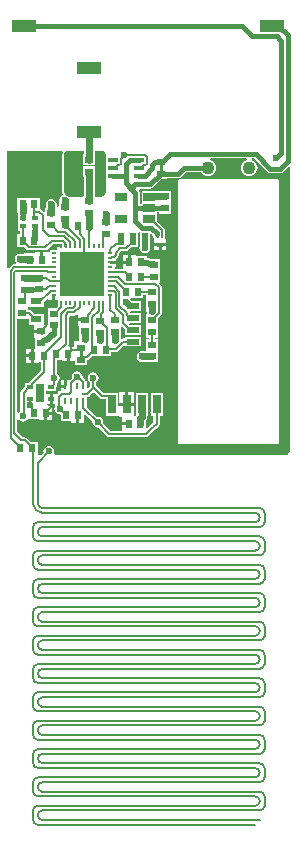
<source format=gtl>
G04*
G04 #@! TF.GenerationSoftware,Altium Limited,Altium Designer,20.2.5 (213)*
G04*
G04 Layer_Physical_Order=1*
G04 Layer_Color=255*
%FSLAX25Y25*%
%MOIN*%
G70*
G04*
G04 #@! TF.SameCoordinates,C660A1F6-99E0-4939-AC29-5E4AD158EB90*
G04*
G04*
G04 #@! TF.FilePolarity,Positive*
G04*
G01*
G75*
%ADD10C,0.01000*%
%ADD12R,0.02165X0.01772*%
%ADD13R,0.01968X0.01378*%
%ADD14R,0.01968X0.01181*%
%ADD15R,0.02756X0.06299*%
%ADD16R,0.03937X0.02756*%
%ADD17R,0.00984X0.02362*%
%ADD18R,0.02362X0.00984*%
%ADD19R,0.00787X0.01575*%
%ADD20R,0.01575X0.00787*%
%ADD21R,0.14567X0.14567*%
%ADD22R,0.03543X0.01575*%
%ADD23R,0.07874X0.03937*%
%ADD24R,0.02362X0.02756*%
%ADD25R,0.02756X0.02362*%
%ADD26R,0.03937X0.01968*%
%ADD27R,0.01968X0.03937*%
%ADD28R,0.00787X0.01968*%
%ADD29R,0.03543X0.02362*%
%ADD30R,0.00709X0.01772*%
%ADD31R,0.02165X0.01772*%
%ADD32R,0.07874X0.03937*%
%ADD54C,0.00787*%
%ADD55C,0.00630*%
%ADD56C,0.01575*%
%ADD57C,0.01968*%
%ADD58C,0.02362*%
%ADD59C,0.04331*%
%ADD60C,0.02362*%
G36*
X-14533Y44568D02*
X-14198Y43760D01*
Y43362D01*
X-14286D01*
Y40527D01*
X-14198D01*
Y38244D01*
X-14286D01*
Y35409D01*
X-14198D01*
Y31841D01*
Y31411D01*
X-14528Y30615D01*
X-15137Y30005D01*
X-15933Y29676D01*
X-17702D01*
Y30109D01*
X-17864D01*
Y33219D01*
Y36329D01*
X-17702D01*
Y39951D01*
X-19532D01*
X-19710Y39987D01*
X-19889Y39951D01*
X-21718D01*
Y36329D01*
X-21557D01*
Y33219D01*
Y30109D01*
X-21718D01*
Y29676D01*
X-26314D01*
X-27123Y30011D01*
X-27742Y30630D01*
X-28076Y31438D01*
Y31876D01*
Y43322D01*
Y43760D01*
X-27742Y44568D01*
X-27430Y44880D01*
X-21557D01*
Y43888D01*
X-21718D01*
Y40266D01*
X-19889D01*
X-19710Y40231D01*
X-19532Y40266D01*
X-17702D01*
Y43888D01*
X-17864D01*
Y44880D01*
X-14845D01*
X-14533Y44568D01*
D02*
G37*
G36*
X39628Y38053D02*
X40097Y37740D01*
X40650Y37630D01*
X43898D01*
X44451Y37740D01*
X44919Y38053D01*
X46668Y39802D01*
X47130Y39610D01*
Y-54134D01*
Y-54404D01*
X47025Y-54933D01*
X46818Y-55432D01*
X46518Y-55881D01*
X46152Y-56248D01*
X-31180D01*
X-31445Y-55747D01*
X-31323Y-55134D01*
X-31463Y-54427D01*
X-31864Y-53828D01*
X-32463Y-53428D01*
X-33169Y-53287D01*
X-33876Y-53428D01*
X-34475Y-53828D01*
X-34875Y-54427D01*
X-35016Y-55134D01*
X-34954Y-55443D01*
X-35759Y-56248D01*
X-36594D01*
X-36968Y-55945D01*
Y-51929D01*
X-39228D01*
X-40461Y-50697D01*
X-40773Y-50488D01*
X-41142Y-50415D01*
X-41924D01*
X-43722Y-48617D01*
Y-44735D01*
X-43222Y-44584D01*
X-43136Y-44711D01*
X-42537Y-45112D01*
X-41831Y-45252D01*
X-41124Y-45112D01*
X-40525Y-44711D01*
X-40412Y-44542D01*
X-39992Y-44348D01*
X-36425D01*
Y-44719D01*
X-34744D01*
Y-42340D01*
X-34244D01*
Y-41840D01*
X-32063D01*
Y-39963D01*
X-33462D01*
X-33725Y-39463D01*
X-33605Y-39287D01*
X-32980D01*
Y-37697D01*
Y-36106D01*
X-34016D01*
Y-35079D01*
X-30866D01*
Y-33622D01*
X-30758Y-33514D01*
X-30758Y-33514D01*
X-30532Y-33175D01*
X-30452Y-32776D01*
X-30452Y-32776D01*
Y-32189D01*
X-30190Y-32014D01*
X-29790Y-31415D01*
X-29650Y-30709D01*
X-29790Y-30002D01*
X-30190Y-29403D01*
X-30452Y-29228D01*
Y-24646D01*
X-28953D01*
Y-25016D01*
X-27272D01*
Y-22638D01*
X-26272D01*
Y-25016D01*
X-24591D01*
X-24522Y-25488D01*
Y-26303D01*
X-20507D01*
Y-24731D01*
X-20197Y-24669D01*
X-19858Y-24443D01*
X-18566Y-23150D01*
X-16420D01*
X-16420Y-23151D01*
X-16105D01*
Y-23151D01*
X-15920Y-23150D01*
X-12483D01*
Y-21894D01*
X-10735D01*
X-10735Y-21894D01*
X-10336Y-21815D01*
X-9997Y-21588D01*
X-8290Y-19881D01*
X-7790Y-20088D01*
Y-20102D01*
X-2593D01*
Y-16874D01*
X-7790D01*
Y-17445D01*
X-8373D01*
X-8373Y-17445D01*
X-8751Y-17520D01*
X-8776Y-17522D01*
X-8778Y-17521D01*
X-9089Y-17150D01*
Y-13708D01*
X-8609Y-13481D01*
X-7790Y-14300D01*
Y-16165D01*
X-2593D01*
Y-12937D01*
X-6268D01*
X-6429Y-12728D01*
X-6183Y-12228D01*
X-2593D01*
Y-9000D01*
X-5900D01*
X-5956Y-8955D01*
X-6017Y-8823D01*
X-5696Y-8323D01*
X-5192D01*
X-5033Y-8291D01*
X-2593D01*
Y-5063D01*
X-5033D01*
X-5192Y-5032D01*
X-5494D01*
X-5874Y-4652D01*
X-6002Y-4461D01*
X-5743Y-3961D01*
X-5428D01*
Y-3961D01*
X-1806D01*
Y-2916D01*
X-900D01*
Y-3764D01*
X-900Y-3764D01*
Y-4079D01*
X-900D01*
X-900Y-4264D01*
Y-7701D01*
X-739D01*
Y-8252D01*
X-599Y-8959D01*
X-510Y-9091D01*
X-778Y-9591D01*
X-900D01*
Y-13028D01*
X-900Y-13528D01*
X-900Y-13713D01*
Y-17150D01*
X144D01*
Y-17708D01*
X-900D01*
Y-21110D01*
X-900Y-21330D01*
X-1285Y-21610D01*
X-2080D01*
X-2787Y-21750D01*
X-3386Y-22151D01*
X-3786Y-22750D01*
X-3927Y-23456D01*
X-3786Y-24163D01*
X-3386Y-24762D01*
X-2787Y-25162D01*
X-2080Y-25303D01*
X1107D01*
X1286Y-25267D01*
X3115D01*
Y-21830D01*
X3115Y-21330D01*
X3115Y-21145D01*
Y-17708D01*
X2071D01*
Y-17150D01*
X3115D01*
Y-13713D01*
X3115Y-13213D01*
X3115Y-13028D01*
Y-10756D01*
X4151Y-9721D01*
X4360Y-9408D01*
X4433Y-9040D01*
Y-420D01*
X4360Y-51D01*
X4151Y261D01*
X3520Y892D01*
X3711Y1354D01*
X3952D01*
Y4976D01*
X3952D01*
Y5291D01*
X3952D01*
Y8913D01*
X1906D01*
X1747Y8945D01*
X887D01*
X318Y9325D01*
X-388Y9465D01*
X-625Y9660D01*
Y9898D01*
X-4192D01*
Y10268D01*
X-5873D01*
Y7890D01*
X-6373D01*
Y7390D01*
X-8554D01*
Y5703D01*
X-11255D01*
Y6496D01*
X-10885D01*
Y7390D01*
X-12672D01*
Y8390D01*
X-10885D01*
Y8947D01*
X-10259Y9573D01*
X-10050Y9886D01*
X-9976Y10254D01*
Y10640D01*
X-9005Y11611D01*
X-7396D01*
X-7028Y11685D01*
X-6715Y11893D01*
X-5443Y13165D01*
X-3578D01*
Y17729D01*
X-3078Y18002D01*
X-2869Y17868D01*
Y15923D01*
X-2901Y15764D01*
Y13589D01*
X-2951Y13513D01*
X-3092Y12807D01*
X-2951Y12100D01*
X-2551Y11501D01*
X-1952Y11101D01*
X-1245Y10960D01*
X-539Y11101D01*
X60Y11501D01*
X461Y12100D01*
X601Y12807D01*
X461Y13513D01*
X391Y13618D01*
Y15764D01*
X359Y15923D01*
Y17355D01*
X859Y17562D01*
X1275Y17147D01*
X1347Y16785D01*
X1660Y16317D01*
X1863Y16181D01*
X1781Y15681D01*
X1781Y15681D01*
Y14295D01*
X3863D01*
X5946D01*
Y15681D01*
X5544D01*
Y16449D01*
X5604Y16748D01*
X5588Y16827D01*
Y18626D01*
X5509Y19025D01*
X5282Y19364D01*
X5282Y19364D01*
X2918Y21728D01*
Y24555D01*
X3430D01*
Y24189D01*
X7446D01*
Y27811D01*
X7446Y27811D01*
Y28126D01*
X7446D01*
X7446Y28311D01*
Y31748D01*
X5616D01*
X5438Y31783D01*
X517D01*
X338Y31748D01*
X-2278D01*
Y27445D01*
X-2985D01*
Y31144D01*
X-3095Y31697D01*
X-3250Y31929D01*
X-2983Y32429D01*
X517D01*
X1070Y32539D01*
X1539Y32852D01*
X4293Y35606D01*
X6265D01*
Y35972D01*
X9888D01*
X10085Y36011D01*
X10224Y35549D01*
X9964Y35375D01*
X9790Y35114D01*
X9729Y34807D01*
Y-51807D01*
X9790Y-52114D01*
X9964Y-52375D01*
X10224Y-52549D01*
X10531Y-52610D01*
X42815D01*
X43122Y-52549D01*
X43383Y-52375D01*
X43557Y-52114D01*
X43618Y-51807D01*
Y34807D01*
X43557Y35114D01*
X43383Y35375D01*
X43122Y35549D01*
X42815Y35610D01*
X10695D01*
X10531Y35610D01*
X10441Y36082D01*
X10559Y36161D01*
X10910Y36395D01*
X12455Y37941D01*
X17357D01*
X17790Y37376D01*
X18374Y36928D01*
X19054Y36647D01*
X19783Y36551D01*
X20513Y36647D01*
X21193Y36928D01*
X21777Y37376D01*
X22225Y37960D01*
X22507Y38640D01*
X22603Y39370D01*
X22507Y40100D01*
X22225Y40780D01*
X21777Y41364D01*
X21193Y41812D01*
X20616Y42051D01*
X20715Y42551D01*
X32631D01*
X32731Y42051D01*
X32153Y41812D01*
X31569Y41364D01*
X31121Y40780D01*
X30840Y40100D01*
X30744Y39370D01*
X30840Y38640D01*
X31121Y37960D01*
X31569Y37376D01*
X32153Y36928D01*
X32833Y36647D01*
X33563Y36551D01*
X34293Y36647D01*
X34973Y36928D01*
X35557Y37376D01*
X36005Y37960D01*
X36286Y38640D01*
X36382Y39370D01*
X36286Y40100D01*
X36005Y40780D01*
X35557Y41364D01*
X34973Y41812D01*
X34395Y42051D01*
X34495Y42551D01*
X35130D01*
X39628Y38053D01*
D02*
G37*
G36*
X-28515Y44380D02*
X-28670Y44006D01*
X-28719Y43760D01*
Y31438D01*
X-28670Y31192D01*
X-28481Y30737D01*
X-28623Y30472D01*
X-29222Y30071D01*
X-29622Y29472D01*
X-29763Y28766D01*
Y28091D01*
X-29961D01*
Y26696D01*
X-30461Y26449D01*
X-30561Y26526D01*
Y27215D01*
X-30701Y27922D01*
X-31102Y28521D01*
X-31701Y28921D01*
X-32407Y29062D01*
X-33114Y28921D01*
X-33713Y28521D01*
X-34113Y27922D01*
X-34254Y27215D01*
Y26061D01*
X-34433D01*
Y24913D01*
X-34933Y24706D01*
X-35663Y25436D01*
X-35976Y25645D01*
X-36182Y25686D01*
Y29377D01*
X-39804D01*
X-39804Y29378D01*
X-40119D01*
Y29378D01*
X-40304Y29377D01*
X-43742D01*
Y27548D01*
X-43777Y27370D01*
Y24843D01*
X-43636Y24136D01*
X-43631Y24128D01*
Y21302D01*
Y18350D01*
X-42882D01*
Y17197D01*
X-43753D01*
Y13181D01*
X-41494D01*
X-40498Y12185D01*
X-40185Y11976D01*
X-39816Y11903D01*
X-34587D01*
X-34218Y11976D01*
X-33906Y12185D01*
X-31920Y14170D01*
X-30601D01*
Y13902D01*
X-29208D01*
Y12901D01*
X-30601D01*
Y12063D01*
X-32987D01*
Y11329D01*
X-33449Y11236D01*
Y11236D01*
X-35130D01*
Y8858D01*
X-36130D01*
Y11236D01*
X-37811D01*
Y10866D01*
X-41378D01*
Y10755D01*
X-42770D01*
X-43477Y10615D01*
X-44076Y10214D01*
X-44476Y9615D01*
X-44616Y8909D01*
X-44476Y8202D01*
X-44193Y7778D01*
X-44421Y7278D01*
X-44838D01*
X-45207Y7205D01*
X-45519Y6996D01*
X-46630Y5885D01*
X-46697Y5888D01*
X-47130Y6044D01*
Y44880D01*
X-28849D01*
X-28515Y44380D01*
D02*
G37*
G36*
X-31070Y-4528D02*
X-30231D01*
Y-6732D01*
X-30826Y-7327D01*
X-33479D01*
Y-10949D01*
X-33479D01*
Y-11264D01*
X-33479D01*
Y-12447D01*
X-33517Y-12931D01*
X-34464D01*
X-34929Y-12848D01*
Y-9226D01*
X-38043D01*
X-38853Y-8416D01*
X-38853Y-8416D01*
X-38939Y-8330D01*
X-39277Y-8104D01*
X-39677Y-8024D01*
X-39677Y-8024D01*
X-40228D01*
Y-7257D01*
X-40228D01*
Y-6953D01*
X-39728Y-6942D01*
X-34929D01*
Y-5340D01*
X-33819Y-4231D01*
X-33357Y-4422D01*
Y-4528D01*
X-32070D01*
Y-3134D01*
X-31070D01*
Y-4528D01*
D02*
G37*
G36*
X-23595Y-9785D02*
Y-10693D01*
X-21217D01*
Y-11693D01*
X-23595D01*
Y-13374D01*
X-23225D01*
Y-16941D01*
X-23061D01*
Y-17562D01*
X-22998Y-17874D01*
X-23405Y-18374D01*
X-24893D01*
Y-20260D01*
X-26405D01*
X-26685Y-19789D01*
X-26683Y-19760D01*
X-26609Y-19385D01*
Y-10157D01*
X-26279Y-9827D01*
X-24712D01*
X-24712Y-9827D01*
X-24313Y-9748D01*
X-24095Y-9602D01*
X-23595Y-9785D01*
D02*
G37*
G36*
X-40228Y-10879D02*
X-39732Y-10890D01*
Y-12848D01*
X-38739D01*
X-38273Y-12931D01*
Y-14613D01*
X-35895D01*
Y-15612D01*
X-38273D01*
Y-17293D01*
X-37903D01*
Y-20861D01*
X-38280Y-20862D01*
Y-23240D01*
Y-25618D01*
X-36599D01*
Y-25248D01*
X-35788D01*
Y-28041D01*
X-39714Y-31968D01*
X-39941Y-32307D01*
X-39967Y-32441D01*
X-41181D01*
Y-33603D01*
X-42372Y-34793D01*
X-42598Y-35132D01*
X-42678Y-35531D01*
X-42678Y-35532D01*
Y-41793D01*
X-43136Y-42100D01*
X-43222Y-42227D01*
X-43722Y-42076D01*
Y-10879D01*
X-40228D01*
Y-10879D01*
D02*
G37*
%LPC*%
G36*
X5946Y13295D02*
X4363D01*
Y11909D01*
X5946D01*
Y13295D01*
D02*
G37*
G36*
X3363D02*
X1781D01*
Y11909D01*
X3363D01*
Y13295D01*
D02*
G37*
G36*
X-6873Y10268D02*
X-8554D01*
Y8390D01*
X-6873D01*
Y10268D01*
D02*
G37*
G36*
X-28157Y-31275D02*
X-29150D01*
Y-32956D01*
X-28157D01*
Y-31275D01*
D02*
G37*
G36*
X-4925Y-35221D02*
X-6803D01*
Y-38870D01*
X-4925D01*
Y-35221D01*
D02*
G37*
G36*
X-7803D02*
X-9681D01*
Y-38870D01*
X-7803D01*
Y-35221D01*
D02*
G37*
G36*
X-23720Y-28468D02*
X-24427Y-28609D01*
X-25026Y-29009D01*
X-25426Y-29608D01*
X-25567Y-30315D01*
X-25502Y-30641D01*
X-25821Y-30959D01*
X-26165Y-31275D01*
Y-31275D01*
X-26165Y-31275D01*
X-27158D01*
Y-33456D01*
X-27657D01*
Y-33956D01*
X-29150D01*
Y-34833D01*
X-30000D01*
Y-35602D01*
X-30505Y-36106D01*
X-31980D01*
Y-37697D01*
Y-39287D01*
X-31196D01*
X-31002Y-39787D01*
X-31245Y-40152D01*
X-31386Y-40858D01*
X-31245Y-41565D01*
X-30845Y-42164D01*
X-30246Y-42564D01*
X-29539Y-42705D01*
X-29284Y-42915D01*
Y-45130D01*
X-25717D01*
Y-45500D01*
X-24035D01*
Y-43122D01*
X-23035D01*
Y-45500D01*
X-21354D01*
Y-43078D01*
X-20893Y-42887D01*
X-18714Y-45065D01*
X-18776Y-45374D01*
X-18635Y-46081D01*
X-18235Y-46680D01*
X-17636Y-47080D01*
X-16929Y-47221D01*
X-16620Y-47159D01*
X-13730Y-50049D01*
X-13730Y-50049D01*
X-13392Y-50275D01*
X-12992Y-50355D01*
X-12992Y-50355D01*
X-788D01*
X-787Y-50355D01*
X-388Y-50275D01*
X-49Y-50049D01*
X2411Y-47588D01*
X3435Y-46565D01*
X3435Y-46565D01*
X3661Y-46226D01*
X3740Y-45827D01*
X3740Y-45827D01*
Y-43150D01*
X4705D01*
Y-35591D01*
X689D01*
Y-42025D01*
X669Y-42126D01*
X689Y-42227D01*
Y-43150D01*
X1612D01*
X1653Y-43158D01*
Y-45395D01*
X-384Y-47432D01*
X-847Y-47241D01*
Y-46143D01*
X-811Y-45965D01*
Y-44530D01*
X-597Y-44210D01*
X-457Y-43503D01*
Y-43150D01*
X-295D01*
Y-35591D01*
X-4311D01*
Y-42999D01*
X-4425Y-43159D01*
X-4735Y-43114D01*
X-4925Y-42999D01*
Y-39870D01*
X-7303D01*
X-9681D01*
Y-43520D01*
X-9248D01*
X-8776Y-43587D01*
X-8776Y-44020D01*
Y-45465D01*
X-6594D01*
Y-46465D01*
X-8776D01*
Y-48267D01*
X-12560D01*
X-15144Y-45683D01*
X-15083Y-45374D01*
X-15223Y-44667D01*
X-15623Y-44068D01*
X-16222Y-43668D01*
X-16929Y-43527D01*
X-17238Y-43589D01*
X-20630Y-40197D01*
Y-37078D01*
X-19410D01*
Y-36309D01*
X-18261Y-35162D01*
X-16071Y-37352D01*
X-15732Y-37578D01*
X-15333Y-37658D01*
X-15333Y-37658D01*
X-14311D01*
Y-43150D01*
X-10295D01*
Y-35591D01*
X-13186D01*
X-13287Y-35570D01*
X-13287Y-35570D01*
X-14900D01*
X-17362Y-33109D01*
Y-31993D01*
X-17100Y-31817D01*
X-16700Y-31218D01*
X-16559Y-30512D01*
X-16700Y-29805D01*
X-17100Y-29206D01*
X-17699Y-28806D01*
X-18406Y-28665D01*
X-19112Y-28806D01*
X-19711Y-29206D01*
X-20111Y-29805D01*
X-20252Y-30512D01*
X-20111Y-31218D01*
X-19711Y-31817D01*
X-19449Y-31993D01*
Y-33397D01*
X-20168Y-34116D01*
X-20630Y-33925D01*
Y-31645D01*
X-20764D01*
X-20789Y-31518D01*
X-21016Y-31180D01*
X-21016Y-31180D01*
X-21875Y-30320D01*
X-21874Y-30315D01*
X-22015Y-29608D01*
X-22415Y-29009D01*
X-23014Y-28609D01*
X-23720Y-28468D01*
D02*
G37*
G36*
X-32063Y-42840D02*
X-33744D01*
Y-44719D01*
X-32063D01*
Y-42840D01*
D02*
G37*
G36*
X-39280Y-20862D02*
X-40961D01*
Y-22740D01*
X-39280D01*
Y-20862D01*
D02*
G37*
G36*
Y-23740D02*
X-40961D01*
Y-25618D01*
X-39280D01*
Y-23740D01*
D02*
G37*
%LPD*%
D10*
X4257Y37417D02*
Y41354D01*
X-22515Y-24492D02*
Y-20555D01*
D12*
X-41919Y19865D02*
D03*
X-37785D02*
D03*
Y22818D02*
D03*
X-41919D02*
D03*
D13*
X-39567Y-37697D02*
D03*
Y-33760D02*
D03*
X-32480D02*
D03*
D14*
Y-37697D02*
D03*
D15*
X-36024Y-35728D02*
D03*
X2697Y-39370D02*
D03*
X-2303D02*
D03*
X-7303D02*
D03*
X-12303D02*
D03*
D16*
X-9129Y22260D02*
D03*
Y29740D02*
D03*
X320D02*
D03*
Y26000D02*
D03*
Y22260D02*
D03*
D17*
X-21752Y-33456D02*
D03*
X-23720D02*
D03*
X-25689D02*
D03*
X-27657D02*
D03*
Y-38456D02*
D03*
X-25689D02*
D03*
X-23720D02*
D03*
X-21752D02*
D03*
D18*
X-28189Y-35956D02*
D03*
X-21220D02*
D03*
D19*
X-29208Y13401D02*
D03*
X-27633D02*
D03*
X-26058D02*
D03*
X-24483D02*
D03*
X-22908D02*
D03*
X-21334D02*
D03*
X-19759D02*
D03*
X-18184D02*
D03*
X-16609D02*
D03*
X-15034D02*
D03*
X-16609Y-5496D02*
D03*
X-18184D02*
D03*
X-19759D02*
D03*
X-21334D02*
D03*
X-22908D02*
D03*
X-24483D02*
D03*
X-26058D02*
D03*
X-27633D02*
D03*
X-29208D02*
D03*
X-15034D02*
D03*
D20*
X-12672Y11039D02*
D03*
Y9465D02*
D03*
Y7890D02*
D03*
Y6315D02*
D03*
Y4740D02*
D03*
Y3165D02*
D03*
Y1591D02*
D03*
Y16D02*
D03*
Y-1559D02*
D03*
Y-3134D02*
D03*
X-31570Y3165D02*
D03*
Y4740D02*
D03*
Y6315D02*
D03*
Y11039D02*
D03*
Y9465D02*
D03*
Y7890D02*
D03*
Y-3134D02*
D03*
Y-1559D02*
D03*
Y16D02*
D03*
Y1591D02*
D03*
D21*
X-22121Y3953D02*
D03*
D22*
X-11885Y36827D02*
D03*
Y39386D02*
D03*
Y41945D02*
D03*
X-3223D02*
D03*
Y39386D02*
D03*
Y36827D02*
D03*
D23*
X41339Y86630D02*
D03*
X-41339D02*
D03*
D24*
X-3617Y-1953D02*
D03*
X-7554D02*
D03*
X-2387Y3165D02*
D03*
X-6324D02*
D03*
X-38780Y-23240D02*
D03*
X-34843D02*
D03*
X-30709Y-22638D02*
D03*
X-26772D02*
D03*
X-38780Y-53937D02*
D03*
X-42717D02*
D03*
X-6594Y-45965D02*
D03*
X-2657D02*
D03*
X-23536Y-43122D02*
D03*
X-27473D02*
D03*
X-34244Y-42340D02*
D03*
X-38181D02*
D03*
X-23647Y20142D02*
D03*
X-19710D02*
D03*
X-6373Y7890D02*
D03*
X-2436D02*
D03*
X-35630Y8858D02*
D03*
X-39567D02*
D03*
X-38005Y15189D02*
D03*
X-41942D02*
D03*
X-37993Y27370D02*
D03*
X-41930D02*
D03*
X-23647Y33219D02*
D03*
X-19710D02*
D03*
X-18231Y-21143D02*
D03*
X-14294D02*
D03*
D25*
X1107Y-15339D02*
D03*
Y-11402D02*
D03*
X-19710Y28298D02*
D03*
Y24361D02*
D03*
X-42236Y-5131D02*
D03*
Y-9068D02*
D03*
X-19710Y42077D02*
D03*
Y38140D02*
D03*
X1107Y-5890D02*
D03*
Y-1953D02*
D03*
X1107Y-23456D02*
D03*
Y-19519D02*
D03*
X1944Y7102D02*
D03*
Y3165D02*
D03*
X-14247Y21275D02*
D03*
Y17338D02*
D03*
X-27953Y22343D02*
D03*
Y26280D02*
D03*
X5438Y26000D02*
D03*
Y29937D02*
D03*
X-41043Y2756D02*
D03*
Y-1181D02*
D03*
X-36571Y2803D02*
D03*
Y-1134D02*
D03*
X-35895Y-19049D02*
D03*
Y-15112D02*
D03*
X-32425Y20313D02*
D03*
Y24250D02*
D03*
X-31471Y-9138D02*
D03*
Y-13075D02*
D03*
X-11097Y-11402D02*
D03*
Y-15339D02*
D03*
X-16215Y-11795D02*
D03*
Y-15732D02*
D03*
X-21217Y-11193D02*
D03*
Y-15130D02*
D03*
X4257Y37417D02*
D03*
Y41354D02*
D03*
X-22515Y-24492D02*
D03*
Y-20555D02*
D03*
D26*
X-5192Y-18488D02*
D03*
Y-14551D02*
D03*
Y-6677D02*
D03*
Y-10614D02*
D03*
D27*
Y15764D02*
D03*
X-1255D02*
D03*
X-9129D02*
D03*
D28*
X-36909Y-70866D02*
D03*
X-38484D02*
D03*
D29*
X-37330Y-11037D02*
D03*
Y-5131D02*
D03*
D30*
X3167Y16748D02*
D03*
X4560D02*
D03*
D31*
X3863Y13795D02*
D03*
D32*
X-19710Y51428D02*
D03*
Y72688D02*
D03*
D54*
X-38484Y-72441D02*
G03*
X-35335Y-75590I3150J0D01*
G01*
X38681D02*
G03*
X37106Y-74016I-1575J0D01*
G01*
Y-77165D02*
G03*
X35531Y-75590I-1575J0D01*
G01*
X35531Y-78740D02*
G03*
X37106Y-77165I0J1575D01*
G01*
Y-80315D02*
G03*
X38681Y-78740I0J1575D01*
G01*
Y-85039D02*
G03*
X37106Y-83465I-1575J0D01*
G01*
Y-86614D02*
G03*
X35531Y-85039I-1575J0D01*
G01*
X35531Y-88189D02*
G03*
X37106Y-86614I0J1575D01*
G01*
Y-89764D02*
G03*
X38681Y-88189I0J1575D01*
G01*
X-38484Y-92913D02*
G03*
X-36909Y-94488I1575J0D01*
G01*
Y-91339D02*
G03*
X-35335Y-92913I1575J0D01*
G01*
X38681Y-94488D02*
G03*
X37106Y-92913I-1575J0D01*
G01*
Y-96063D02*
G03*
X35531Y-94488I-1575J0D01*
G01*
X35531Y-97638D02*
G03*
X37106Y-96063I0J1575D01*
G01*
Y-99213D02*
G03*
X38681Y-97638I0J1575D01*
G01*
X-36909D02*
G03*
X-38484Y-99213I0J-1575D01*
G01*
Y-102362D02*
G03*
X-36909Y-103937I1575J0D01*
G01*
X-35335Y-99213D02*
G03*
X-36909Y-100787I0J-1575D01*
G01*
D02*
G03*
X-35335Y-102362I1575J0D01*
G01*
X38681Y-103937D02*
G03*
X37106Y-102362I-1575J0D01*
G01*
Y-105512D02*
G03*
X35531Y-103937I-1575J0D01*
G01*
X35531Y-107087D02*
G03*
X37106Y-105512I0J1575D01*
G01*
Y-108661D02*
G03*
X38681Y-107087I0J1575D01*
G01*
X-36909D02*
G03*
X-38484Y-108661I0J-1575D01*
G01*
Y-111811D02*
G03*
X-36909Y-113386I1575J0D01*
G01*
X-35335Y-108661D02*
G03*
X-36909Y-110236I0J-1575D01*
G01*
D02*
G03*
X-35335Y-111811I1575J0D01*
G01*
X38681Y-113386D02*
G03*
X37106Y-111811I-1575J0D01*
G01*
Y-114961D02*
G03*
X35531Y-113386I-1575J0D01*
G01*
X35531Y-116535D02*
G03*
X37106Y-114961I0J1575D01*
G01*
Y-118110D02*
G03*
X38681Y-116535I0J1575D01*
G01*
X-36909D02*
G03*
X-38484Y-118110I0J-1575D01*
G01*
Y-121260D02*
G03*
X-36909Y-122835I1575J0D01*
G01*
X-35335Y-118110D02*
G03*
X-36909Y-119685I0J-1575D01*
G01*
D02*
G03*
X-35335Y-121260I1575J0D01*
G01*
X38681Y-122835D02*
G03*
X37106Y-121260I-1575J0D01*
G01*
Y-124409D02*
G03*
X35531Y-122835I-1575J0D01*
G01*
X35531Y-125984D02*
G03*
X37106Y-124409I0J1575D01*
G01*
Y-127559D02*
G03*
X38681Y-125984I0J1575D01*
G01*
X-36909D02*
G03*
X-38484Y-127559I0J-1575D01*
G01*
Y-130709D02*
G03*
X-36909Y-132283I1575J0D01*
G01*
X-35335Y-127559D02*
G03*
X-36909Y-129134I0J-1575D01*
G01*
D02*
G03*
X-35335Y-130709I1575J0D01*
G01*
X38681Y-132283D02*
G03*
X37106Y-130709I-1575J0D01*
G01*
Y-133858D02*
G03*
X35531Y-132283I-1575J0D01*
G01*
X35531Y-135433D02*
G03*
X37106Y-133858I0J1575D01*
G01*
Y-137008D02*
G03*
X38681Y-135433I0J1575D01*
G01*
X-36909D02*
G03*
X-38484Y-137008I0J-1575D01*
G01*
Y-140157D02*
G03*
X-36909Y-141732I1575J0D01*
G01*
X-35335Y-137008D02*
G03*
X-36909Y-138583I0J-1575D01*
G01*
D02*
G03*
X-35335Y-140157I1575J0D01*
G01*
X38681Y-141732D02*
G03*
X37106Y-140157I-1575J0D01*
G01*
Y-143307D02*
G03*
X35531Y-141732I-1575J0D01*
G01*
X35531Y-144882D02*
G03*
X37106Y-143307I0J1575D01*
G01*
Y-146457D02*
G03*
X38681Y-144882I0J1575D01*
G01*
X-36909D02*
G03*
X-38484Y-146457I0J-1575D01*
G01*
Y-149606D02*
G03*
X-36909Y-151181I1575J0D01*
G01*
X-35335Y-146457D02*
G03*
X-36909Y-148031I0J-1575D01*
G01*
D02*
G03*
X-35335Y-149606I1575J0D01*
G01*
X38681Y-151181D02*
G03*
X37106Y-149606I-1575J0D01*
G01*
Y-152756D02*
G03*
X35531Y-151181I-1575J0D01*
G01*
X35531Y-154331D02*
G03*
X37106Y-152756I0J1575D01*
G01*
Y-155905D02*
G03*
X38681Y-154331I0J1575D01*
G01*
X-36909D02*
G03*
X-38484Y-155905I0J-1575D01*
G01*
Y-159055D02*
G03*
X-36909Y-160630I1575J0D01*
G01*
X-35335Y-155905D02*
G03*
X-36909Y-157480I0J-1575D01*
G01*
D02*
G03*
X-35335Y-159055I1575J0D01*
G01*
X38681Y-160630D02*
G03*
X37106Y-159055I-1575J0D01*
G01*
Y-162205D02*
G03*
X35531Y-160630I-1575J0D01*
G01*
X35531Y-163779D02*
G03*
X37106Y-162205I0J1575D01*
G01*
Y-165354D02*
G03*
X38681Y-163779I0J1575D01*
G01*
X-36909D02*
G03*
X-38484Y-165354I0J-1575D01*
G01*
Y-168504D02*
G03*
X-36909Y-170079I1575J0D01*
G01*
X-35335Y-165354D02*
G03*
X-36909Y-166929I0J-1575D01*
G01*
D02*
G03*
X-35335Y-168504I1575J0D01*
G01*
X38681Y-170079D02*
G03*
X37106Y-168504I-1575J0D01*
G01*
Y-171653D02*
G03*
X35531Y-170079I-1575J0D01*
G01*
X35531Y-173228D02*
G03*
X37106Y-171653I0J1575D01*
G01*
Y-174803D02*
G03*
X38681Y-173228I0J1575D01*
G01*
X-36909D02*
G03*
X-38484Y-174803I0J-1575D01*
G01*
Y-177953D02*
G03*
X-36909Y-179528I1575J0D01*
G01*
X-35335Y-174803D02*
G03*
X-36909Y-176378I0J-1575D01*
G01*
D02*
G03*
X-35335Y-177953I1575J0D01*
G01*
X-36909Y-72441D02*
G03*
X-35335Y-74016I1575J0D01*
G01*
X-36909Y-78740D02*
G03*
X-38484Y-80315I0J-1575D01*
G01*
Y-83465D02*
G03*
X-36909Y-85039I1575J0D01*
G01*
X-35335Y-80315D02*
G03*
X-36909Y-81890I0J-1575D01*
G01*
D02*
G03*
X-35335Y-83465I1575J0D01*
G01*
X-36909Y-88189D02*
G03*
X-38484Y-89764I0J-1575D01*
G01*
X-35335D02*
G03*
X-36909Y-91339I0J-1575D01*
G01*
X-38484Y-72441D02*
Y-70866D01*
X-35335Y-75590D02*
X35531D01*
X15059Y-78740D02*
X35531D01*
X38681D02*
Y-75590D01*
X18209Y-80315D02*
X37106D01*
X-21161D02*
X18209D01*
X-36909Y-78740D02*
X15059D01*
X-36909Y-85039D02*
X35531D01*
X-35335Y-83465D02*
X37106D01*
X15059Y-88189D02*
X35531D01*
X38681D02*
Y-85039D01*
X18209Y-89764D02*
X37106D01*
X-21161D02*
X18209D01*
X-36909Y-88189D02*
X15059D01*
X-38484Y-92913D02*
Y-89764D01*
X-36909Y-94488D02*
X35531D01*
X-35335Y-92913D02*
X37106D01*
X15059Y-97638D02*
X35531D01*
X38681D02*
Y-94488D01*
X18209Y-99213D02*
X37106D01*
X-21161D02*
X18209D01*
X-36909Y-97638D02*
X15059D01*
X-38484Y-102362D02*
Y-99213D01*
X-36909Y-103937D02*
X35531D01*
X-35335Y-99213D02*
X-21161D01*
X-35335Y-102362D02*
X37106D01*
X15059Y-107087D02*
X35531D01*
X38681D02*
Y-103937D01*
X18209Y-108661D02*
X37106D01*
X-21161D02*
X18209D01*
X-36909Y-107087D02*
X15059D01*
X-38484Y-111811D02*
Y-108661D01*
X-36909Y-113386D02*
X35531D01*
X-35335Y-108661D02*
X-21161D01*
X-35335Y-111811D02*
X37106D01*
X15059Y-116535D02*
X35531D01*
X38681D02*
Y-113386D01*
X18209Y-118110D02*
X37106D01*
X-21161D02*
X18209D01*
X-36909Y-116535D02*
X15059D01*
X-38484Y-121260D02*
Y-118110D01*
X-36909Y-122835D02*
X35531D01*
X-35335Y-118110D02*
X-21161D01*
X-35335Y-121260D02*
X37106D01*
X15059Y-125984D02*
X35531D01*
X38681D02*
Y-122835D01*
X18209Y-127559D02*
X37106D01*
X-21161D02*
X18209D01*
X-36909Y-125984D02*
X15059D01*
X-38484Y-130709D02*
Y-127559D01*
X-36909Y-132283D02*
X35531D01*
X-35335Y-127559D02*
X-21161D01*
X-35335Y-130709D02*
X37106D01*
X15059Y-135433D02*
X35531D01*
X38681D02*
Y-132283D01*
X18209Y-137008D02*
X37106D01*
X-21161D02*
X18209D01*
X-36909Y-135433D02*
X15059D01*
X-38484Y-140157D02*
Y-137008D01*
X-36909Y-141732D02*
X35531D01*
X-35335Y-137008D02*
X-21161D01*
X-35335Y-140157D02*
X37106D01*
X15059Y-144882D02*
X35531D01*
X38681D02*
Y-141732D01*
X18209Y-146457D02*
X37106D01*
X-21161D02*
X18209D01*
X-36909Y-144882D02*
X15059D01*
X-38484Y-149606D02*
Y-146457D01*
X-36909Y-151181D02*
X35531D01*
X-35335Y-146457D02*
X-21161D01*
X-35335Y-149606D02*
X37106D01*
X15059Y-154331D02*
X35531D01*
X38681D02*
Y-151181D01*
X18209Y-155905D02*
X37106D01*
X-21161D02*
X18209D01*
X-36909Y-154331D02*
X15059D01*
X-38484Y-159055D02*
Y-155905D01*
X-36909Y-160630D02*
X35531D01*
X-35335Y-155905D02*
X-21161D01*
X-35335Y-159055D02*
X37106D01*
X15059Y-163779D02*
X35531D01*
X38681D02*
Y-160630D01*
X18209Y-165354D02*
X37106D01*
X-21161D02*
X18209D01*
X-36909Y-163779D02*
X15059D01*
X-38484Y-168504D02*
Y-165354D01*
X-36909Y-170079D02*
X35531D01*
X-35335Y-165354D02*
X-21161D01*
X-35335Y-168504D02*
X37106D01*
X15059Y-173228D02*
X35531D01*
X38681D02*
Y-170079D01*
X18209Y-174803D02*
X37106D01*
X-21161D02*
X18209D01*
X-36909Y-173228D02*
X15059D01*
X-38484Y-177953D02*
Y-174803D01*
X-36909Y-179528D02*
X35531D01*
X-35335Y-174803D02*
X-21161D01*
X-35335Y-177953D02*
X37106D01*
X-36909Y-72441D02*
Y-70866D01*
X-38484Y-83465D02*
Y-80315D01*
X-35335D02*
X-21161D01*
X-35335Y-89764D02*
X-21161D01*
X-35335Y-74016D02*
X37106D01*
X-25984Y-21654D02*
Y-19438D01*
X-25760Y-19214D01*
X-39591Y-9154D02*
X-38708Y-10036D01*
X-39677Y-9068D02*
X-39591Y-9154D01*
X-42236Y-9068D02*
X-39677D01*
X-38708Y-10249D02*
Y-10036D01*
Y-10249D02*
X-37921Y-11037D01*
X-37330D01*
X-32342Y-20236D02*
X-32342D01*
X-29070Y-16963D02*
Y-9138D01*
X-32342Y-20236D02*
X-29070Y-16963D01*
X-34055Y-21949D02*
X-32342Y-20236D01*
X-34744Y-22638D02*
X-34437D01*
X-27652Y-19385D02*
Y-9725D01*
X-30709Y-22441D02*
X-27652Y-19385D01*
X-30709Y-22638D02*
Y-22441D01*
X-34055Y-22256D02*
Y-21949D01*
X-34437Y-22638D02*
X-34055Y-22256D01*
X-34744Y-28474D02*
Y-22638D01*
X-787Y-49311D02*
X1673Y-46850D01*
X2697Y-45827D01*
X-34055Y-13469D02*
Y-7715D01*
X-35895Y-15112D02*
X-35699D01*
X-34055Y-13469D01*
Y-12769D01*
X-35630Y-15893D02*
Y-15696D01*
X-38771Y-1134D02*
X-36571D01*
X-21754Y-33454D02*
X-21752Y-33456D01*
X-21754Y-33454D02*
Y-31918D01*
X-23356Y-30315D02*
X-21754Y-31918D01*
X-23720Y-30315D02*
X-23356D01*
X-25713Y-32327D02*
X-23720Y-30335D01*
X-25713Y-33432D02*
Y-32327D01*
Y-33432D02*
X-25689Y-33456D01*
X-27962Y26289D02*
X-27953Y26280D01*
X1157Y-23850D02*
X1550Y-23456D01*
X763D02*
X1157Y-23850D01*
X642Y-23335D02*
X763Y-23456D01*
X-16240Y-15757D02*
X-16215Y-15732D01*
X-16530Y-16047D02*
X-16240Y-15757D01*
X-16530Y-16047D02*
X-16241Y-16337D01*
X1747Y7299D02*
X1944Y7102D01*
X1427Y7619D02*
X1747Y7299D01*
X-282Y7619D02*
X1427D01*
X-388D02*
X-282D01*
X-36013Y-35197D02*
Y-34952D01*
X-36024Y-34941D02*
X-36013Y-34952D01*
X-36024Y-35728D02*
Y-34941D01*
X-21752Y-33456D02*
Y-32767D01*
X-25689Y-33456D02*
Y-32767D01*
X-16317Y-16412D02*
X-16241Y-16488D01*
X-16317Y-16412D02*
X-16241Y-16337D01*
X-36571Y2803D02*
X-34012D01*
X-32799Y1591D01*
X-31570D01*
X-36909Y-70866D02*
Y-58874D01*
X-33169Y-55134D01*
X-39429Y-39993D02*
Y-39567D01*
X-38968Y-41553D02*
Y-40454D01*
X-39429Y-39993D02*
X-38968Y-40454D01*
X-39567Y-39567D02*
Y-37697D01*
X-29869Y-40529D02*
X-29539Y-40858D01*
X-27473Y-43122D02*
Y-42925D01*
X-29539Y-40858D02*
X-27473Y-42925D01*
X-29869Y-36947D02*
X-28780Y-35857D01*
X-29869Y-40529D02*
Y-36947D01*
X-28780Y-35857D02*
X-26408D01*
X-25787Y-35236D01*
Y-33554D02*
X-25689Y-33456D01*
X-25787Y-35236D02*
Y-33554D01*
X-38968Y-41553D02*
X-38181Y-42340D01*
X-31570Y1591D02*
X-24483D01*
X-22121Y3953D01*
X-42770Y8909D02*
X-42720Y8858D01*
X-32425Y24250D02*
X-32407Y24269D01*
X-21334Y4740D02*
Y13401D01*
X-22121Y3953D02*
X-21334Y4740D01*
X-22860Y17389D02*
X-21334Y15862D01*
X-23647Y19636D02*
X-22860Y18849D01*
Y17389D02*
Y18849D01*
X-21334Y13401D02*
Y15862D01*
X-21217Y-15130D02*
X-21214Y-15133D01*
X639Y-23338D02*
X642Y-23335D01*
X-14247Y21275D02*
Y24048D01*
X-14261Y24063D02*
X-14247Y24048D01*
X-26772Y-22638D02*
Y-22441D01*
X-25984Y-21654D01*
X-25787D01*
X-25492Y-21358D01*
X-24409D01*
X-23302Y-21343D02*
X-22515Y-20555D01*
X-24394Y-21343D02*
X-23302D01*
X-24409Y-21358D02*
X-24394Y-21343D01*
X-35630Y8858D02*
Y9055D01*
X-31836Y13401D02*
X-29208D01*
X-35630Y8858D02*
X-34843Y9646D01*
X-14294Y-20851D02*
X-10735D01*
X-14294D02*
X-13690Y-20247D01*
Y-14124D01*
X-40996Y-1134D02*
X-38771D01*
X-38780Y-53740D02*
X-38484Y-54035D01*
Y-70866D02*
Y-54035D01*
X-21414Y-11193D02*
X-21217D01*
X-21020D01*
X-20233Y-10406D01*
Y-9513D01*
X-18184Y-7465D01*
Y-5496D01*
X-41831Y-43406D02*
X-41634Y-43209D01*
Y-35531D01*
X-34244Y-42340D02*
Y-42144D01*
X-32480Y-40380D01*
Y-37697D01*
X2697Y-41142D02*
Y-39370D01*
Y-45827D02*
Y-41142D01*
X-12992Y-49311D02*
X-787D01*
X-16929Y-45374D02*
X-12992Y-49311D01*
X-21752Y-40551D02*
X-16929Y-45374D01*
X-21752Y-40551D02*
Y-38456D01*
X1713Y-42126D02*
X2697Y-41142D01*
X-20531Y-35956D02*
X-18406Y-33830D01*
Y-33542D02*
X-15333Y-36614D01*
X-18406Y-33542D02*
Y-30512D01*
Y-33830D02*
Y-33542D01*
X-31496Y-30709D02*
Y-23425D01*
X-21220Y-35956D02*
X-20531D01*
X-31496Y-32776D02*
Y-30709D01*
X-32480Y-33760D02*
X-32185D01*
X-31890Y-33465D01*
Y-33169D01*
X-31496Y-32776D01*
Y-23425D02*
X-30709Y-22638D01*
X-38976Y-32706D02*
X-34744Y-28474D01*
X-23720Y-42937D02*
Y-38456D01*
Y-42937D02*
X-23536Y-43122D01*
X-12303Y-39370D02*
Y-37598D01*
X-13287Y-36614D02*
X-12303Y-37598D01*
X-15333Y-36614D02*
X-13287D01*
X-39862Y-33760D02*
X-39567D01*
X-41634Y-35531D02*
X-39862Y-33760D01*
X-38976Y-33465D02*
Y-32706D01*
X-39272Y-33760D02*
X-38976Y-33465D01*
X-39567Y-33760D02*
X-39272D01*
X-20596Y-23705D02*
X-18231Y-21339D01*
X-22515Y-24492D02*
X-21727Y-23705D01*
X-20596D01*
X-18231Y-21339D02*
Y-21143D01*
X-27953Y22343D02*
X-27898Y22288D01*
X-27852Y20313D02*
X-22908Y15370D01*
X-27898Y20313D02*
X-27852D01*
X-36571Y-1134D02*
X-34203D01*
X-36398Y-5334D02*
X-32624Y-1559D01*
X-34203Y-1134D02*
X-33053Y16D01*
X-32624Y-1559D02*
X-31570D01*
X-33053Y16D02*
X-31570D01*
X-34055Y-7715D02*
X-31570Y-5230D01*
Y-3134D01*
X-41043Y-5217D02*
Y-1181D01*
X-40996Y-1134D01*
X-27720Y18106D02*
X-24483Y14869D01*
X-30021Y18106D02*
X-27720D01*
X-32229Y20313D02*
X-30021Y18106D01*
X-24483Y13401D02*
Y14869D01*
X-32425Y20313D02*
X-32229D01*
X-22908Y13401D02*
Y15370D01*
X-19759Y13401D02*
Y19588D01*
X-19710Y19636D01*
X-27652Y-9725D02*
X-26711Y-8784D01*
X-24712D01*
X-22908Y-6980D01*
Y-5496D01*
X-29070Y-9138D02*
X-27298Y-7366D01*
X-25299D01*
X-24483Y-6550D01*
Y-5496D01*
X-18735Y-20614D02*
Y-10308D01*
X-16609Y-8182D01*
Y-5496D01*
X-10735Y-20851D02*
X-8373Y-18488D01*
X-5192D01*
X-16215Y-11795D02*
X-16019D01*
X-13690Y-14124D01*
X-15034Y13401D02*
Y16551D01*
X-14247Y17338D01*
X-16215Y-11795D02*
X-15822Y-11402D01*
Y-9433D01*
X-15034Y-8646D02*
Y-5496D01*
X-15822Y-9433D02*
X-15034Y-8646D01*
X320Y22260D02*
X911D01*
X4544Y18626D01*
Y16764D02*
Y18626D01*
Y16764D02*
X4560Y16748D01*
X-6373Y7890D02*
X-6373Y7890D01*
D55*
X-3223Y39386D02*
X-2239D01*
X-1062Y43679D02*
X-507Y43124D01*
X-8224Y43679D02*
X-1062D01*
X-2239Y39386D02*
X-1412Y40213D01*
X-1060D01*
X-507Y40766D02*
Y43124D01*
X-1060Y40213D02*
X-507Y40766D01*
X-9722Y40213D02*
X-9168Y40766D01*
X-10074Y40213D02*
X-9722D01*
X-9168Y40766D02*
Y42266D01*
X-11885Y39386D02*
X-10900D01*
X-10074Y40213D01*
X-9168Y42266D02*
X-8224Y43210D01*
Y43679D01*
X-44685Y-49016D02*
X-42323Y-51378D01*
X-44685Y-49016D02*
Y4686D01*
X-44316Y5055D01*
X-33760D01*
X-44838Y6315D02*
X-31570D01*
X-45965Y-50492D02*
Y5188D01*
X-44838Y6315D01*
X-9680Y-6677D02*
Y-1827D01*
X-10940Y-7270D02*
Y-2349D01*
X-34587Y12866D02*
X-32320Y15134D01*
X-39816Y12866D02*
X-34587D01*
X-32320Y15134D02*
X-28422D01*
X-42717Y-53937D02*
Y-53740D01*
X-45965Y-50492D02*
X-42717Y-53740D01*
X-41142Y-51378D02*
X-38780Y-53740D01*
X-42323Y-51378D02*
X-41142D01*
X-33760Y5055D02*
X-33445Y4740D01*
X-31570D01*
X-29208Y-7071D02*
Y-5496D01*
X-31275Y-9138D02*
X-29208Y-7071D01*
X-31471Y-9138D02*
X-31275D01*
X-31648Y3244D02*
X-31570Y3165D01*
X-41942Y14992D02*
X-39816Y12866D01*
X-28422Y15134D02*
X-27711Y14423D01*
X-41942Y14992D02*
Y15189D01*
X-27711Y13480D02*
Y14423D01*
Y13480D02*
X-27633Y13401D01*
X-35261Y18751D02*
X-33278Y16767D01*
X-28274D01*
X-26137Y14630D01*
X-41919Y17539D02*
Y19865D01*
Y15213D02*
Y17539D01*
X-37993Y24755D02*
Y27370D01*
X-26137Y13480D02*
Y14630D01*
X-37993Y23027D02*
Y24755D01*
X-41942Y15189D02*
X-41919Y15213D01*
X-37993Y23027D02*
X-37785Y22818D01*
X-37821Y24755D02*
X-36344D01*
X-35261Y18751D02*
Y23672D01*
X-36344Y24755D02*
X-35261Y23672D01*
X-26137Y13480D02*
X-26058Y13401D01*
X-11097Y-11402D02*
Y-9433D01*
X-12672Y-7858D02*
X-11097Y-9433D01*
X-12672Y-7858D02*
Y-3134D01*
X-6176Y-10614D02*
X-5192D01*
X-7240Y-9550D02*
X-6176Y-10614D01*
X-7240Y-9550D02*
Y-9117D01*
X-9680Y-6677D02*
X-7240Y-9117D01*
X-10940Y-7270D02*
X-8500Y-9710D01*
Y-12227D02*
Y-9710D01*
Y-12227D02*
X-6176Y-14551D01*
X-5192Y14779D02*
Y15764D01*
X-7396Y12575D02*
X-5192Y14779D01*
X-9404Y12575D02*
X-7396D01*
X-10940Y11039D02*
X-9404Y12575D01*
X-12672Y9465D02*
X-12593Y9543D01*
X-11651D01*
X-10940Y10254D01*
Y11039D01*
X-12672Y11039D02*
Y12220D01*
X-10782Y14110D01*
X-9798D01*
X-9129Y14779D01*
Y15764D01*
X-6176Y-14551D02*
X-5192D01*
X1107Y-19669D02*
Y-15339D01*
X-2387Y3165D02*
X1944D01*
X-12672Y4740D02*
X-7702D01*
X-6324Y3362D01*
Y3165D02*
Y3362D01*
X-10268Y3165D02*
X-7906Y803D01*
X2247D02*
X3470Y-420D01*
X-7906Y803D02*
X2247D01*
X1107Y-11402D02*
X1304D01*
X2170Y-10536D01*
Y-10339D01*
X3470Y-9040D01*
Y-420D01*
X-12672Y3165D02*
X-10268D01*
X-3617Y-1953D02*
X1107D01*
X-12672Y1591D02*
X-10900D01*
X-7554Y-1756D01*
Y-1953D02*
Y-1756D01*
X-12672Y16D02*
X-12593Y-63D01*
X-11444D01*
X-9680Y-1827D01*
X-12672Y-1559D02*
X-12593Y-1638D01*
X-11651D01*
X-10940Y-2349D01*
D56*
X1225Y40240D02*
X2340Y41354D01*
X4257D01*
X-1219Y36827D02*
X1225Y39271D01*
Y40240D01*
X-7436Y40793D02*
X-6284Y41945D01*
X-7554Y36630D02*
X-7436Y36748D01*
Y40793D01*
X-6284Y41945D02*
X-3223D01*
Y36827D02*
X-1219D01*
X-31898Y-16134D02*
X-31791Y-16240D01*
X-31942Y-16090D02*
X-31898Y-16134D01*
X-32004Y-16240D02*
X-31641Y-15876D01*
Y-13244D02*
X-31471Y-13075D01*
X-31641Y-15876D02*
Y-13244D01*
X-37785Y19865D02*
X-37776Y19857D01*
Y17734D02*
Y19857D01*
Y17734D02*
X-37768Y17726D01*
X-41919Y22818D02*
X-41900Y22836D01*
Y24776D01*
X-41882Y24795D01*
X34669Y83244D02*
X42740D01*
X44154Y44252D02*
Y81831D01*
X42740Y83244D02*
X44154Y81831D01*
X42520Y42618D02*
X44154Y44252D01*
X31284Y86630D02*
X34669Y83244D01*
X-41339Y86630D02*
X31284D01*
X2977Y29838D02*
X3076Y29937D01*
X418Y29838D02*
X2977D01*
X320Y29740D02*
X418Y29838D01*
X2682Y17338D02*
Y17783D01*
X4454Y41354D02*
X7096Y43996D01*
X35728D01*
X4257Y41354D02*
X4454D01*
X41339Y86630D02*
X43307D01*
X46358Y83579D01*
X40650Y39075D02*
X43898D01*
X35728Y43996D02*
X40650Y39075D01*
X43898D02*
X46358Y41535D01*
Y83579D01*
X4257Y37417D02*
X9888D01*
X4060D02*
X4257D01*
X11857Y39386D02*
X18036D01*
X9888Y37417D02*
X11857Y39386D01*
X-5746Y32460D02*
X-4430Y31144D01*
X-7554Y34268D02*
X-5746Y32460D01*
X517Y33874D02*
X4060Y37417D01*
X-4332Y33874D02*
X517D01*
X-5746Y32460D02*
X-4332Y33874D01*
X-4430Y26000D02*
Y31144D01*
X-7554Y34268D02*
Y36630D01*
X-11885Y36827D02*
X-7751D01*
X-7554Y36630D01*
X-4430Y21659D02*
Y26000D01*
X320D01*
X1001Y19465D02*
X2682Y17783D01*
X-2236Y19465D02*
X1001D01*
X-4430Y21659D02*
X-2236Y19465D01*
X320Y26000D02*
X5438D01*
D57*
X-33672Y-17908D02*
X-32004Y-16240D01*
X-35895Y-19049D02*
X-35699D01*
X-34557Y-17908D01*
X-33672D01*
X-38005Y15189D02*
X-37844Y15351D01*
Y17650D01*
X-37768Y17726D01*
X-6176Y-6677D02*
X-5192D01*
X-7456Y-5397D02*
X-6176Y-6677D01*
X-7554Y-5397D02*
X-7456D01*
X38Y7299D02*
X1747D01*
X-282Y7619D02*
X38Y7299D01*
X-2436Y7890D02*
X-2241Y7694D01*
X-464D01*
X-388Y7619D01*
X-1255Y12816D02*
Y15764D01*
Y12816D02*
X-1245Y12807D01*
D58*
X-2657Y-45965D02*
Y-43857D01*
X-2303Y-43503D01*
Y-39370D01*
X-41043Y2756D02*
X-36815D01*
X-36768Y2803D01*
X-36571D01*
X-42770Y8909D02*
X-39567D01*
Y8858D02*
Y8909D01*
X-41930Y24843D02*
Y27370D01*
Y24843D02*
X-41882Y24795D01*
X-32407Y24269D02*
Y27215D01*
Y24250D02*
Y24269D01*
X-32425Y24250D02*
X-32407D01*
X-27916Y26280D02*
Y28766D01*
X-27953Y26280D02*
X-27916D01*
X-27953Y22343D02*
X-27898D01*
Y22288D02*
Y22343D01*
Y20313D02*
Y22288D01*
X-14261Y21275D02*
Y24063D01*
Y21275D02*
X-14247D01*
X3076Y29937D02*
X5438D01*
X418Y29838D02*
X517Y29937D01*
X3076D01*
X-2080Y-23456D02*
X763D01*
X1107D01*
X-11097Y-18095D02*
Y-15339D01*
X-21214Y-15133D02*
Y-15130D01*
Y-17562D02*
Y-15133D01*
X-21217Y-15130D02*
X-21214D01*
X-16241Y-15732D02*
X-16240D01*
Y-15757D02*
Y-15732D01*
Y-18110D02*
Y-15757D01*
Y-15732D02*
X-16215D01*
X1107Y-8252D02*
Y-5890D01*
X-26305Y33219D02*
X-23647D01*
X-19710Y19636D02*
Y24361D01*
Y28298D02*
Y33219D01*
Y38140D01*
Y42077D02*
Y51428D01*
D59*
X19783Y39370D02*
D03*
X33563D02*
D03*
D60*
X-8224Y43679D02*
D03*
X-7554Y-5397D02*
D03*
X-2080Y-23456D02*
D03*
X-21214Y-17562D02*
D03*
X-16240Y-18110D02*
D03*
X-388Y7619D02*
D03*
X-2303Y-43503D02*
D03*
X42520Y42618D02*
D03*
X-36013Y-35197D02*
D03*
X-23720Y-30315D02*
D03*
X-26870Y8268D02*
D03*
X-17618Y8071D02*
D03*
X-17717Y-492D02*
D03*
X-26870Y-591D02*
D03*
X-45866Y8760D02*
D03*
X-41732Y-12303D02*
D03*
X-31496Y-30709D02*
D03*
X-41831Y-43406D02*
D03*
X-16929Y-45374D02*
D03*
X-37439Y-26715D02*
D03*
X-38916Y-29176D02*
D03*
X-27526Y-29128D02*
D03*
X-29002Y-26668D02*
D03*
X-18406Y-30512D02*
D03*
X-33169Y-55134D02*
D03*
X-39429Y-39567D02*
D03*
X-31791Y-16240D02*
D03*
X-29539Y-40858D02*
D03*
X-38771Y-1200D02*
D03*
X-27898Y20313D02*
D03*
X-38858Y2772D02*
D03*
X-42770Y8909D02*
D03*
X-37768Y17726D02*
D03*
X-41882Y24795D02*
D03*
X-26397Y37463D02*
D03*
X-16142Y31693D02*
D03*
Y34646D02*
D03*
Y37598D02*
D03*
Y40551D02*
D03*
Y43504D02*
D03*
X-23254Y37550D02*
D03*
Y40503D02*
D03*
Y43455D02*
D03*
X-32407Y27215D02*
D03*
X-27916Y28766D02*
D03*
X-26305Y33219D02*
D03*
X-11097Y-18095D02*
D03*
X1107Y-8252D02*
D03*
X-1245Y12807D02*
D03*
X-14261Y24063D02*
D03*
X3076Y29937D02*
D03*
M02*

</source>
